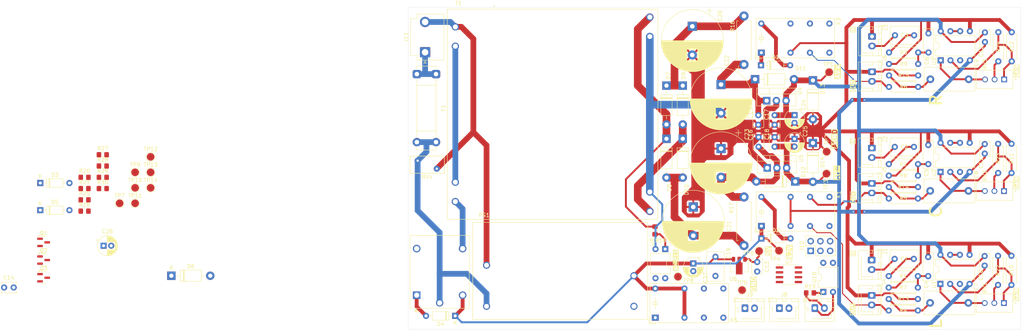
<source format=kicad_pcb>
(kicad_pcb (version 20240108) (generator "pcbnew") (generator_version "8.0")
  (layers (0 "F.Cu" signal) (31 "B.Cu" signal) (34 "B.Paste" user) (35 "F.Paste" user) (36 "B.SilkS" user "B.Silkscreen") (37 "F.SilkS" user "F.Silkscreen") (38 "B.Mask" user) (39 "F.Mask" user) (44 "Edge.Cuts" user))
  (net 0 "")
  (net 1 "Net-(C1-Pad2)")
  (net 2 "IN_FL")
  (net 3 "Net-(C2-Pad2)")
  (net 4 "IN_CEN")
  (net 5 "Net-(C3-Pad2)")
  (net 6 "IN_FR")
  (net 7 "Net-(D7-K)")
  (net 8 "Net-(D10-A)")
  (net 9 "Net-(D10-K)")
  (net 10 "AV+")
  (net 11 "Net-(D11-K)")
  (net 12 "AV-")
  (net 13 "Net-(D12-A)")
  (net 14 "GND")
  (net 17 "+5V")
  (net 18 "UPDI")
  (net 19 "+12V")
  (net 20 "UNMUTE_G")
  (net 21 "OUT_FL")
  (net 22 "OUT_CEN")
  (net 23 "OUT_FR")
  (net 24 "AC_N")
  (net 25 "AC_L")
  (net 26 "AC_EN")
  (net 27 "AC_EN_G")
  (net 28 "UNMUTE")
  (net 29 "TRIG_G")
  (net 30 "TRIG")
  (net 31 "Net-(T1-Pad4)")
  (net 32 "AC_L_SW")
  (net 33 "EXTTRIG")
  (net 35 "AC_PULSE")
  (net 36 "Net-(C7-Pad2)")
  (net 37 "Net-(U1A-+)")
  (net 38 "Net-(U1B--)")
  (net 39 "Net-(U1A--)")
  (net 40 "Net-(C7-Pad1)")
  (net 41 "Net-(U2A-+)")
  (net 42 "Net-(U2A--)")
  (net 43 "Net-(U2B--)")
  (net 44 "Net-(C8-Pad1)")
  (net 45 "Net-(C9-Pad1)")
  (net 46 "Net-(U3B--)")
  (net 47 "Net-(U3A-+)")
  (net 48 "Net-(U3A--)")
  (net 49 "Net-(C8-Pad2)")
  (net 50 "Net-(C9-Pad2)")
  (net 51 "Net-(R18-Pad2)")
  (net 52 "Net-(J7-Pin_2)")
  (net 53 "Net-(R19-Pad2)")
  (net 54 "TGO1")
  (net 61 "TGO2")
  (net 62 "AGND")
  (net 63 "AC_SENSE")
  (net 65 "Net-(J11-Pin_1)")
  (footprint "TestPoint:TestPoint_Pad_D2.0mm" (layer "F.Cu") (at -38.3 80.2)
    (property "Reference" "TP9")
    (property "Value" "TestPoint")
  )
  (footprint "Resistor_THT:R_Axial_DIN0207_L6.3mm_D2.5mm_P7.62mm_Horizontal" (layer "F.Cu") (at 187.14 72.74 -90)
    (property "Reference" "R23")
    (property "Value" "33k")
  )
  (footprint "Capacitor_THT:CP_Radial_D5.0mm_P2.00mm" (layer "F.Cu") (at 107.5 104.044888 -90)
    (property "Reference" "C27")
    (property "Value" "10u")
  )
  (footprint "Capacitor_THT:C_Disc_D7.5mm_W4.4mm_P5.00mm" (layer "F.Cu") (at 113.3 102.3 -90)
    (property "Reference" "C19")
    (property "Value" "330n")
  )
  (footprint "Diode_THT:D_DO-35_SOD27_P7.62mm_Horizontal" (layer "F.Cu") (at 125.19 52.2)
    (property "Reference" "D1")
    (property "Value" "1N4148")
  )
  (footprint "Package_DIP:DIP-8_W7.62mm" (layer "F.Cu") (at 172.06 109.4 90)
    (property "Reference" "U1")
    (property "Value" "NE5532")
  )
  (footprint "Resistor_THT:R_Axial_DIN0411_L9.9mm_D3.6mm_P12.70mm_Horizontal" (layer "F.Cu") (at 120.75 99.35 90)
    (property "Reference" "R17")
    (property "Value" "10/1W")
  )
  (footprint "Resistor_SMD:R_0805_2012Metric_Pad1.20x1.40mm_HandSolder" (layer "F.Cu") (at -51.5 81.5)
    (property "Reference" "R20")
    (property "Value" "10k")
  )
  (footprint "Package_DIP:DIP-8_W7.62mm" (layer "F.Cu") (at 172.09 80.1 90)
    (property "Reference" "U2")
    (property "Value" "NE5532")
  )
  (footprint "TestPoint:TestPoint_Pad_D2.0mm" (layer "F.Cu") (at 124.7 100.8)
    (property "Reference" "TP5")
    (property "Value" "TestPoint")
  )
  (footprint "Connector_JST:JST_XH_B2B-XH-AM_1x02_P2.50mm_Vertical" (layer "F.Cu") (at 154.14 73.85 -90)
    (property "Reference" "J2")
    (property "Value" "Conn_01x02")
  )
  (footprint "Resistor_SMD:R_0805_2012Metric_Pad1.20x1.40mm_HandSolder" (layer "F.Cu") (at -46.75 81.5)
    (property "Reference" "R29")
    (property "Value" "10k")
  )
  (footprint "gain_box:TRIM_PV36W503C01B00" (layer "F.Cu") (at 186.17 85.1 180)
    (property "Reference" "RV2")
    (property "Value" "50k")
  )
  (footprint "Capacitor_THT:C_Rect_L7.2mm_W4.5mm_P5.00mm_FKS2_FKP2_MKS2_MKP2" (layer "F.Cu") (at 160.11 102.85)
    (property "Reference" "C1")
    (property "Value" "0.68u")
  )
  (footprint "Fuse:Fuseholder_Clip-5x20mm_Bel_FC-203-22_Lateral_P17.80x5.00mm_D1.17mm_Horizontal" (layer "F.Cu") (at 40.3 54.5 -90)
    (property "Reference" "F1")
    (property "Value" "400 mA")
  )
  (footprint "Package_TO_SOT_SMD:SOT-23" (layer "F.Cu") (at -62.2 107.775)
    (property "Reference" "Q3")
    (property "Value" "AO3400A")
  )
  (footprint "Resistor_THT:R_Axial_DIN0207_L6.3mm_D2.5mm_P7.62mm_Horizontal" (layer "F.Cu") (at 190.64 80.36 90)
    (property "Reference" "R11")
    (property "Value" "2.2k")
  )
  (footprint "Connector_JST:JST_XH_B2B-XH-AM_1x02_P2.50mm_Vertical" (layer "F.Cu") (at 154.11 103.15 -90)
    (property "Reference" "J1")
    (property "Value" "Conn_01x02")
  )
  (footprint "Capacitor_THT:C_Disc_D3.8mm_W2.6mm_P2.50mm" (layer "F.Cu") (at 124.2 103.65 -90)
    (property "Reference" "C13")
    (property "Value" "100n")
  )
  (footprint "Resistor_SMD:R_0805_2012Metric_Pad1.20x1.40mm_HandSolder" (layer "F.Cu") (at 138 111.75)
    (property "Reference" "R19")
    (property "Value" "2.2k")
  )
  (footprint "TestPoint:TestPoint_Pad_D2.0mm" (layer "F.Cu") (at 142.35 74.8)
    (property "Reference" "TP2")
    (property "Value" "TestPoint")
  )
  (footprint "Resistor_SMD:R_0805_2012Metric_Pad1.20x1.40mm_HandSolder" (layer "F.Cu") (at 97.5 95.4 -90)
    (property "Reference" "R18")
    (property "Value" "2.2k")
  )
  (footprint "Diode_THT:D_DO-41_SOD81_P10.16mm_Horizontal" (layer "F.Cu") (at 138.75 72.52 -90)
    (property "Reference" "D14")
    (property "Value" "1N4002")
  )
  (footprint "Capacitor_THT:C_Disc_D3.8mm_W2.6mm_P2.50mm" (layer "F.Cu") (at 183.61 104.6 90)
    (property "Reference" "C10")
    (property "Value" "100n")
  )
  (footprint "Capacitor_THT:C_Rect_L7.2mm_W2.5mm_P5.00mm_FKS2_FKP2_MKS2_MKP2" (layer "F.Cu") (at 168.86 102.35 -90)
    (property "Reference" "C4")
    (property "Value" "10n")
  )
  (footprint "Resistor_THT:R_Axial_DIN0207_L6.3mm_D2.5mm_P7.62mm_Horizontal" (layer "F.Cu") (at 166.2 78.05 180)
    (property "Reference" "R2")
    (property "Value" "100")
  )
  (footprint "Resistor_THT:R_Axial_DIN0207_L6.3mm_D2.5mm_P7.62mm_Horizontal" (layer "F.Cu") (at 166.25 48.85 180)
    (property "Reference" "R3")
    (property "Value" "100")
  )
  (footprint "Capacitor_THT:C_Rect_L13.0mm_W6.0mm_P10.00mm_FKS3_FKP3_MKS4" (layer "F.Cu") (at 179.36 114.35 180)
    (property "Reference" "C7")
    (property "Value" "3.3u")
  )
  (footprint "Capacitor_THT:C_Disc_D3.8mm_W2.6mm_P2.50mm" (layer "F.Cu") (at 128.75 71 -90)
    (property "Reference" "C18")
    (property "Value" "100n")
  )
  (footprint "Capacitor_THT:CP_Radial_D5.0mm_P2.00mm" (layer "F.Cu") (at 133.95 71.45 -90)
    (property "Reference" "C25")
    (property "Value" "10u")
  )
  (footprint "TestPoint:TestPoint_Pad_D2.0mm" (layer "F.Cu") (at 143 54)
    (property "Reference" "TP1")
    (property "Value" "TestPoint")
  )
  (footprint "Capacitor_THT:C_Disc_D3.8mm_W2.6mm_P2.50mm" (layer "F.Cu") (at -72.52 110.33)
    (property "Reference" "C14")
    (property "Value" "100n")
  )
  (footprint "Resistor_SMD:R_0805_2012Metric_Pad1.20x1.40mm_HandSolder" (layer "F.Cu") (at -46.75 78.55)
    (property "Reference" "R28")
    (property "Value" "10k")
  )
  (footprint "Capacitor_THT:C_Disc_D3.8mm_W2.6mm_P2.50mm" (layer "F.Cu") (at 183.69 46.1 90)
    (property "Reference" "C12")
    (property "Value" "100n")
  )
  (footprint "TestPoint:TestPoint_Pad_D2.0mm" (layer "F.Cu") (at -34.25 76.15)
    (property "Reference" "TP12")
    (property "Value" "TestPoint")
  )
  (footprint "Capacitor_THT:CP_Radial_D16.0mm_P7.50mm" (layer "F.Cu") (at 107.5 89.262754 -90)
    (property "Reference" "C21")
    (property "Value" "2200u")
  )
  (footprint "Capacitor_THT:C_Rect_L7.2mm_W2.5mm_P5.00mm_FKS2_FKP2_MKS2_MKP2" (layer "F.Cu") (at 168.94 43.85 -90)
    (property "Reference" "C6")
    (property "Value" "10n")
  )
  (footprint "Connector_JST:JST_XH_B2B-XH-AM_1x02_P2.50mm_Vertical" (layer "F.Cu") (at 154.19 44.65 -90)
    (property "Reference" "J3")
    (property "Value" "Conn_01x02")
  )
  (footprint "Resistor_THT:R_Axial_DIN0207_L6.3mm_D2.5mm_P7.62mm_Horizontal" (layer "F.Cu") (at 190.61 109.66 90)
    (property "Reference" "R10")
    (property "Value" "2.2k")
  )
  (footprint "Resistor_SMD:R_0805_2012Metric_Pad1.20x1.40mm_HandSolder" (layer "F.Cu") (at -51.5 84.45)
    (property "Reference" "R21")
    (property "Value" "10k")
  )
  (footprint "Capacitor_THT:C_Disc_D3.8mm_W2.6mm_P2.50mm" (layer "F.Cu") (at 128.75 65.25 -90)
    (property "Reference" "C17")
    (property "Value" "100n")
  )
  (footprint "Resistor_SMD:R_0805_2012Metric_Pad1.20x1.40mm_HandSolder" (layer "F.Cu") (at -51.5 87.4)
    (property "Reference" "R25")
    (property "Value" "33k")
  )
  (footprint "Connector_JST:JST_XH_B2B-XH-AM_1x02_P2.50mm_Vertical" (layer "F.Cu") (at 130 115.75)
    (property "Reference" "J8")
    (property "Value" "Conn_01x02")
  )
  (footprint "Capacitor_THT:C_Disc_D3.8mm_W2.6mm_P2.50mm" (layer "F.Cu") (at 124.55 71 -90)
    (property "Reference" "C16")
    (property "Value" "100n")
  )
  (footprint "TestPoint:TestPoint_Pad_D2.0mm" (layer "F.Cu") (at 142.3 80.55)
    (property "Reference" "TP3")
    (property "Value" "TestPoint")
  )
  (footprint "Connector_JST:JST_XH_B2B-XH-AM_1x02_P2.50mm_Vertical" (layer "F.Cu") (at 154.11 112.4 -90)
    (property "Reference" "J4")
    (property "Value" "Conn_01x02")
  )
  (footprint "Diode_THT:D_DO-41_SOD81_P10.16mm_Horizontal" (layer "F.Cu") (at 123.64 55.85)
    (property "Reference" "D11")
    (property "Value" "1N4002")
  )
  (footprint "Package_TO_SOT_SMD:SOT-89-3" (layer "F.Cu") (at 119.5 104.9 -90)
    (property "Reference" "U6")
    (property "Value" "78L05")
  )
  (footprint "Connector_JST:JST_XH_B2B-XH-AM_1x02_P2.50mm_Vertical" (layer "F.Cu") (at 139.25 115.725)
    (property "Reference" "J7")
    (property "Value" "Conn_01x02")
  )
  (footprint "gain_box:RELAY_SRD-C" (layer "F.Cu") (at 41.25 106.25 90)
    (property "Reference" "K4" (hide yes))
    (property "Value" "J107F1CS2012VDC.80")
  )
  (footprint "Resistor_THT:R_Axial_DIN0207_L6.3mm_D2.5mm_P7.62mm_Horizontal" (layer "F.Cu") (at 158.63 57.85)
    (property "Reference" "R6")
    (property "Value" "100")
  )
  (footprint "Package_TO_SOT_THT:TO-220-3_Vertical" (layer "F.Cu") (at 126.67 61.45)
    (property "Reference" "U4")
    (property "Value" "LM7809")
  )
  (footprint "Capacitor_THT:C_Disc_D3.8mm_W2.6mm_P2.50mm" (layer "F.Cu") (at 183.64 75.3 90)
    (property "Reference" "C11")
    (property "Value" "100n")
  )
  (footprint "TestPoint:TestPoint_Pad_D2.0mm" (layer "F.Cu") (at -42.35 88.3)
    (property "Reference" "TP7")
    (property "Value" "TestPoint")
  )
  (footprint "gain_box:XFMR_70042K" (layer "F.Cu") (at 70.75 65)
    (property "Reference" "T1")
    (property "Value" "70042K")
  )
  (footprint "Resistor_SMD:R_0805_2012Metric_Pad1.20x1.40mm_HandSolder" (layer "F.Cu") (at -46.75 75.6)
    (property "Reference" "R27")
    (property "Value" "10k")
  )
  (footprint "Connector_JST:JST_XH_B2B-XH-AM_1x02_P2.50mm_Vertical" (layer "F.Cu") (at 154.14 83.1 -90)
    (property "Reference" "J5")
    (property "Value" "Conn_01x02")
  )
  (footprint "Resistor_THT:R_Axial_DIN0207_L6.3mm_D2.5mm_P7.62mm_Horizontal" (layer "F.Cu") (at 166.25 51.85 180)
    (property "Reference" "R9")
    (property "Value" "220k")
  )
  (footprint "TestPoint:TestPoint_Pad_D2.0mm" (layer "F.Cu") (at 129.9 100.7)
    (property "Reference" "TP4")
    (property "Value" "TestPoint")
  )
  (footprint "Resistor_THT:R_Axial_DIN0207_L6.3mm_D2.5mm_P7.62mm_Horizontal" (layer "F.Cu") (at 187.19 43.54 -90)
    (property "Reference" "R24")
    (property "Value" "33k")
  )
  (footprint "TestPoint:TestPoint_Pad_D2.0mm" (layer "F.Cu") (at 103.5 107.5)
    (property "Reference" "TP8")
    (property "Value" "TestPoint")
  )
  (footprint "Connector_PinHeader_2.54mm:PinHeader_2x03_P2.54mm_Vertical" (layer "F.Cu") (at 138.17 100.75 90)
    (property "Reference" "J10")
    (property "Value" "AVR-UPDI-6")
  )
  (footprint "Connector_JST:JST_XH_B2B-XH-AM_1x02_P2.50mm_Vertical" (layer "F.Cu") (at 121 115.75)
    (property "Reference" "J9")
    (property "Value" "Conn_01x02")
  )
  (footprint "Package_TO_SOT_SMD:SOT-23" (layer "F.Cu") (at -62.2 98.525)
    (property "Reference" "Q1")
    (property "Value" "AO3400A")
  )
  (footprint "Capacitor_THT:C_Rect_L7.2mm_W4.5mm_P5.00mm_FKS2_FKP2_MKS2_MKP2" (layer "F.Cu") (at 160.14 73.55)
    (property "Reference" "C2")
    (property "Value" "0.68u")
  )
  (footprint "Resistor_THT:R_Axial_DIN0207_L6.3mm_D2.5mm_P7.62mm_Horizontal" (layer "F.Cu") (at 166.17 107.35 180)
    (property "Reference" "R1")
    (property "Value" "100")
  )
  (footprint "Resistor_THT:R_Axial_DIN0207_L6.3mm_D2.5mm_P7.62mm_Horizontal" (layer "F.Cu") (at 187.11 102.04 -90)
    (property "Reference" "R22")
    (property "Value" "33k")
  )
  (footprint "Resistor_SMD:R_0805_2012Metric_Pad1.20x1.40mm_HandSolder" (layer "F.Cu") (at -51.5 90.35)
    (property "Reference" "R26")
    (property "Value" "33k")
  )
  (footprint "Package_SO:SOIC-8_3.9x4.9mm_P1.27mm" (layer "F.Cu") (at 132.5 107)
    (property "Reference" "U7")
    (property "Value" "ATtiny412-SS")
  )
  (footprint "Diode_THT:D_DO-35_SOD27_P7.62mm_Horizontal" (layer "F.Cu") (at 125.29 97.5)
    (property "Reference" "D2")
    (property "Value" "1N4148")
  )
  (footprint "Capacitor_THT:C_Rect_L7.2mm_W4.5mm_P5.00mm_FKS2_FKP2_MKS2_MKP2" (layer "F.Cu") (at 160.19 44.35)
    (property "Reference" "C3")
    (property "Value" "0.68u")
  )
  (footprint "Diode_THT:D_DO-35_SOD27_P7.62mm_Horizontal" (layer "F.Cu") (at 45.31 117.75 180)
    (property "Reference" "D4")
    (property "Value" "1N4148")
  )
  (footprint "Capacitor_THT:CP_Radial_D16.0mm_P7.50mm" (layer "F.Cu") (at 107.25 42 -90)
    (property "Reference" "C20")
    (property "Value" "2200u")
  )
  (footprint "Capacitor_THT:C_Rect_L13.0mm_W6.0mm_P10.00mm_FKS3_FKP3_MKS4" (layer "F.Cu") (at 179.44 55.85 180)
    (property "Reference" "C9")
    (property "Value" "3.3u")
  )
  (footprint "Diode_THT:D_DO-41_SOD81_P10.16mm_Horizontal" (layer "F.Cu") (at 138.75 56.15 -90)
    (property "Reference" "D13")
    (property "Value" "1N4002")
  )
  (footprint "Resistor_THT:R_Axial_DIN0207_L6.3mm_D2.5mm_P7.62mm_Horizontal" (layer "F.Cu") (at 158.58 84.05)
    (property "Reference" "R14")
    (property "Value" "33k")
  )
  (footprint "Diode_THT:D_DO-41_SOD81_P10.16mm_Horizontal" (layer "F.Cu") (at 104.75 57.52 -90)
    (property "Reference" "D9")
    (property "Value" "1N4002")
  )
  (footprint "Capacitor_THT:CP_Radial_D16.0mm_P7.50mm" (layer "F.Cu") (at 114.75 57.224492 -90)
    (property "Reference" "C22")
    (property "Value" "2200u")
  )
  (footprint "Resistor_THT:R_Axial_DIN0207_L6.3mm_D2.5mm_P7.62mm_Horizontal" (layer "F.Cu") (at 158.55 116.35)
    (property "Reference" "R4")
    (property "Value" "100")
  )
  (footprint "Capacitor_THT:C_Rect_L13.0mm_W6.0mm_P10.00mm_FKS3_FKP3_MKS4" (layer "F.Cu") (at 179.39 85.05 180)
    (property "Reference" "C8")
    (property "Value" "3.3u")
  )
  (footprint "Resistor_THT:R_Axial_DIN0207_L6.3mm_D2.5mm_P7.62mm_Horizontal" (layer "F.Cu") (at 158.63 54.85)
    (property "Reference" "R15")
    (property "Value" "33k")
  )
  (footprint "Resistor_THT:R_Axial_DIN0411_L9.9mm_D3.6mm_P12.70mm_Horizontal" (layer "F.Cu") (at 120.75 39.3 -90)
    (property "Reference" "R16")
    (property "Value" "10/1W")
  )
  (footprint "Diode_THT:D_DO-41_SOD81_P10.16mm_Horizontal" (layer "F.Cu") (at 100.5 57.52 -90)
    (property "Reference" "D7")
    (property "Value" "1N4002")
  )
  (footprint "Package_DIP:DIP-8_W7.62mm" (layer "F.Cu") (at 172.14 50.9 90)
    (property "Reference" "U3")
    (property "Value" "NE5532")
  )
  (footprint "Diode_THT:D_DO-41_SOD81_P10.16mm_Horizontal" (layer "F.Cu") (at 100.5 71.42 -90)
    (property "Reference" "D8")
    (property "Value" "1N4002")
  )
  (footprint "TestPoint:TestPoint_Pad_D2.0mm" (layer "F.Cu") (at -38.3 84.25)
    (property "Reference" "TP10")
    (property "Value" "TestPoint")
  )
  (footprint "gain_box:TRIM_PV36W503C01B00" (layer "F.Cu") (at 186.22 55.9 180)
    (property "Reference" "RV3")
    (property "Value" "50k")
  )
  (footprint "Package_DIP:DIP-4_W7.62mm" (layer "F.Cu") (at 141.46 111.5 90)
    (property "Reference" "U10")
    (property "Value" "140817141310")
  )
  (footprint "Resistor_THT:R_Axial_DIN0207_L6.3mm_D2.5mm_P7.62mm_Horizontal" (layer "F.Cu") (at 166.2 81.05 180)
    (property "Reference" "R8")
    (property "Value" "220k")
  )
  (footprint "Diode_THT:D_DO-35_SOD27_P7.62mm_Horizontal" (layer "F.Cu") (at -63.07 83)
    (property "Reference" "D3")
    (property "Value" "1N4148")
  )
  (footprint "Varistor:RV_Disc_D9mm_W4.5mm_P5mm" (layer "F.Cu") (at 35.5 77.15)
    (property "Reference" "RV4")
    (property "Value" "300VAC")
  )
  (footprint "Diode_THT:D_DO-41_SOD81_P10.16mm_Horizontal" (layer "F.Cu") (at 134.13 82.6 180)
    (property "Reference" "D12")
    (property "Value" "1N4002")
  )
  (footprint "Capacitor_THT:CP_Radial_D16.0mm_P7.50mm" (layer "F.Cu") (at 114.75 73.987246 -90)
    (property "Reference" "C23")
    (property "Value" "2200u")
  )
  (footprint "TestPoint:TestPoint_Pad_D2.0mm" (layer "F.Cu") (at -38.3 88.3)
    (property "Reference" "TP11")
    (property "Value" "TestPoint")
  )
  (footprint "Connector_JST:JST_XH_B2B-XH-AM_1x02_P2.50mm_Vertical" (layer "F.Cu") (at 154.19 53.9 -90)
    (property "Reference" "J6")
    (property "Value" "Conn_01x02")
  )
  (footprint "gain_box:CONV_IRM-10-12" (layer "F.Cu") (at 72.75 106)
    (property "Reference" "PS1")
    (property "Value" "IRM-10-12")
  )
  (footprint "Diode_THT:D_DO-41_SOD81_P10.16mm_Horizontal" (layer "F.Cu") (at 104.75 71.42 -90)
    (property "Reference" "D10")
    (property "Value" "1N4002")
  )
  (footprint "Capacitor_THT:CP_Radial_D5.0mm_P2.00mm" (layer "F.Cu") (at -46.540225 99.4)
    (property "Reference" "C26")
    (property "Value" "10u")
  )
  (footprint "Package_TO_SOT_SMD:SOT-23" (layer "F.Cu") (at -62.2 103.15)
    (property "Reference" "Q2")
    (property "Value" "AO3400A")
  )
  (footprint "Resistor_THT:R_Axial_DIN0207_L6.3mm_D2.5mm_P7.62mm_Horizontal" (layer "F.Cu") (at 190.69 51.16 90)
    (property "Reference" "R12")
    (property "Value" "2.2k")
  )
  (footprint "Resistor_THT:R_Axial_DIN0207_L6.3mm_D2.5mm_P7.62mm_Horizontal" (layer "F.Cu") (at 166.17 110.35 180)
    (property "Reference" "R7")
    (property "Value" "220k")
  )
  (footprint "TestPoint:TestPoint_Pad_D2.0mm" (layer "F.Cu") (at -34.25 84.25)
    (property "Reference" "TP14")
    (property "Value" "TestPoint")
  )
  (footprint "Package_DIP:DIP-4_W7.62mm" (layer "F.Cu") (at 100.175 100.28 -90)
    (property "Reference" "U9")
    (property "Value" "140817141310")
  )
  (footprint "Relay_THT:Relay_DPDT_Finder_30.22" (layer "F.Cu") (at 125.3 94.25)
    (property "Reference" "K1")
    (property "Value" "J104D2C12VDC.36S")
  )
  (footprint "Diode_THT:D_DO-35_SOD27_P7.62mm_Horizontal" (layer "F.Cu") (at -63.07 90.1)
    (property "Reference" "D5")
    (property "Value" "1N4148")
  )
  (footprint "Relay_THT:Relay_DPDT_Finder_30.22" (layer "F.Cu") (at 125.28 48.9)
    (property "Reference" "K3")
    (property "Value" "G5V-1")
  )
  (footprint "TestPoint:TestPoint_Pad_D2.0mm" (layer "F.Cu") (at -34.25 80.2)
    (property "Reference" "TP13")
    (property "Value" "TestPoint")
  )
  (footprint "Capacitor_THT:C_Disc_D3.8mm_W2.6mm_P2.50mm" (layer "F.Cu") (at 124.49 65.25 -90)
    (property "Reference" "C15")
    (property "Value" "100n")
  )
  (footprint "TestPoint:TestPoint_Pad_D2.0mm" (layer "F.Cu") (at 120.25 111)
    (property "Reference" "TP6")
    (property "Value" "TestPoint")
  )
  (footprint "Capacitor_THT:C_Rect_L7.2mm_W2.5mm_P5.00mm_FKS2_FKP2_MKS2_MKP2" (layer "F.Cu") (at 168.89 73.05 -90)
    (property "Reference" "C5")
    (property "Value" "10n")
  )
  (footprint "Connector_JST:JST_VH_B2P3-VH_1x02_P7.92mm_Vertical" (layer "F.Cu") (at 37.45 48.7875 90)
    (property "Reference" "J11")
    (property "Value" "Conn_01x02")
  )
  (footprint "Package_TO_SOT_THT:TO-220-3_Vertical" (layer "F.Cu") (at 126.81 79.05)
    (property "Reference" "U5")
    (property "Value" "LM7909")
  )
  (footprint "Diode_THT:D_DO-41_SOD81_P10.16mm_Horizontal" (layer "F.Cu") (at -28.83 107.25)
    (property "Reference" "D6")
    (property "Value" "1N4002")
  )
  (footprint "Capacitor_THT:CP_Radial_D5.0mm_P2.00mm" (layer "F.Cu") (at 133.95 65.25 -90)
    (property "Reference" "C24")
    (property "Value" "10u")
  )
  (footprint "Resistor_THT:R_Axial_DIN0207_L6.3mm_D2.5mm_P7.62mm_Horizontal" (layer "F.Cu") (at 158.55 113.35)
    (property "Reference" "R13")
    (property "Value" "33k")
  )
  (footprint "gain_box:TRIM_PV36W503C01B00" (layer "F.Cu") (at 186.14 114.4 180)
    (property "Reference" "RV1")
    (property "Value" "50k")
  )
  (footprint "Resistor_SMD:R_0805_2012Metric_Pad1.20x1.40mm_HandSolder" (layer "F.Cu") (at -46.75 84.45)
    (property "Reference" "R30")
    (property "Value" "10k")
  )
  (footprint "Resistor_THT:R_Axial_DIN0207_L6.3mm_D2.5mm_P7.62mm_Horizontal" (layer "F.Cu") (at 158.58 87.05)
    (property "Reference" "R5")
    (property "Value" "100")
  )
  (footprint "Relay_THT:Relay_DPDT_Finder_30.22" (layer "F.Cu") (at 97.58 118.22)
    (property "Reference" "K5")
    (property "Value" "J104D2C12VDC.36S")
  )
  (gr_rect (start 33 37) (end 193 121.25) (stroke (width 0.05)) (fill none) (layer "Edge.Cuts"))
  (gr_text "AV-" (at 145.8 82.25 90) (layer "F.SilkS" knockout) (effects (font (size 1.25 1.25) (thickness 0.25) (bold yes)) (justify left bottom)))
  (gr_text "C" (at 169.14 90.55 90) (layer "F.SilkS") (effects (font (size 3 3) (thickness 0.5) (bold yes)) (justify top)))
  (gr_text "IN" (at 148.61 101.35 90) (layer "F.SilkS" knockout) (effects (font (size 1 1) (thickness 0.25) (bold yes)) (justify top)))
  (gr_text "GND" (at 124 111.5 90) (layer "F.SilkS" knockout) (effects (font (size 1.25 1.25) (thickness 0.25) (bold yes)) (justify left bottom)))
  (gr_text "IN" (at 148.64 72.05 90) (layer "F.SilkS" knockout) (effects (font (size 1 1) (thickness 0.25) (bold yes)) (justify top)))
  (gr_text "R" (at 169.19 61.35 90) (layer "F.SilkS") (effects (font (size 3 3) (thickness 0.5) (bold yes)) (justify top)))
  (gr_text "5V" (at 127.9 102.1 90) (layer "F.SilkS" knockout) (effects (font (size 1.25 1.25) (thickness 0.25) (bold yes)) (justify left bottom)))
  (gr_text "L" (at 169.11 119.85 90) (layer "F.SilkS") (effects (font (size 3 3) (thickness 0.5) (bold yes)) (justify top)))
  (gr_text "IN" (at 148.65 42.85 90) (layer "F.SilkS" knockout) (effects (font (size 1 1) (thickness 0.25) (bold yes)) (justify top)))
  (gr_text "GAIN" (at 191.43 53.65 90) (layer "F.SilkS" knockout) (effects (font (size 1 1) (thickness 0.25) (bold yes)) (justify top)))
  (gr_text "OUT" (at 148.61 116.1 90) (layer "F.SilkS" knockout) (effects (font (size 1 1) (thickness 0.25) (bold yes)) (justify top)))
  (gr_text "OUT" (at 148.65 57.6 90) (layer "F.SilkS" knockout) (effects (font (size 1 1) (thickness 0.25) (bold yes)) (justify top)))
  (gr_text "AC_PLS" (at 103.5 106 90) (layer "F.SilkS" knockout) (effects (font (size 1 1) (thickness 0.2) (bold yes)) (justify left bottom)))
  (gr_text "GAIN" (at 191.35 112.15 90) (layer "F.SilkS" knockout) (effects (font (size 1 1) (thickness 0.25) (bold yes)) (justify top)))
  (gr_text "AV+" (at 146 55.8 90) (layer "F.SilkS" knockout) (effects (font (size 1.25 1.25) (thickness 0.25) (bold yes)) (justify left bottom)))
  (gr_text "GAIN" (at 191.38 82.85 90) (layer "F.SilkS" knockout) (effects (font (size 1 1) (thickness 0.25) (bold yes)) (justify top)))
  (gr_text "AGND" (at 145.2 74 90) (layer "F.SilkS" knockout) (effects (font (size 1.25 1.25) (thickness 0.25) (bold yes)) (justify left bottom)))
  (gr_text "OUT" (at 148.64 86.8 90) (layer "F.SilkS" knockout) (effects (font (size 1 1) (thickness 0.25) (bold yes)) (justify top)))
  (gr_text "12V" (at 133.4 102.9 90) (layer "F.SilkS" knockout) (effects (font (size 1.25 1.25) (thickness 0.25) (bold yes)) (justify left bottom)))
  (segment (start 158.55 107.35) (end 158.67 107.35) (width 0.5) (layer "F.Cu") (net 1))
  (segment (start 163.17 102.85) (end 165.11 102.85) (width 0.5) (layer "F.Cu") (net 1))
  (segment (start 158.67 107.35) (end 163.17 102.85) (width 0.5) (layer "F.Cu") (net 1))
  (segment (start 154.11 105.65) (end 157.31 105.65) (width 0.5) (layer "F.Cu") (net 2))
  (segment (start 157.31 105.65) (end 160.11 102.85) (width 0.5) (layer "F.Cu") (net 2))
  (segment (start 163.2 73.55) (end 165.14 73.55) (width 0.5) (layer "F.Cu") (net 3))
  (segment (start 158.7 78.05) (end 163.2 73.55) (width 0.5) (layer "F.Cu") (net 3))
  (segment (start 158.58 78.05) (end 158.7 78.05) (width 0.5) (layer "F.Cu") (net 3))
  (segment (start 154.14 76.35) (end 157.34 76.35) (width 0.5) (layer "F.Cu") (net 4))
  (segment (start 157.34 76.35) (end 160.14 73.55) (width 0.5) (layer "F.Cu") (net 4))
  (segment (start 158.75 48.85) (end 163.25 44.35) (width 0.5) (layer "F.Cu") (net 5))
  (segment (start 163.25 44.35) (end 165.19 44.35) (width 0.5) (layer "F.Cu") (net 5))
  (segment (start 158.63 48.85) (end 158.75 48.85) (width 0.5) (layer "F.Cu") (net 5))
  (segment (start 154.19 47.15) (end 157.39 47.15) (width 0.5) (layer "F.Cu") (net 6))
  (segment (start 157.39 47.15) (end 160.19 44.35) (width 0.5) (layer "F.Cu") (net 6))
  (segment (start 107.25 42) (end 118.05 42) (width 2) (layer "F.Cu") (net 7))
  (segment (start 118.05 42) (end 120.75 39.3) (width 2) (layer "F.Cu") (net 7))
  (segment (start 102.6 57.42) (end 102.6 46.65) (width 2) (layer "F.Cu") (net 7))
  (segment (start 102.5 57.52) (end 102.6 57.42) (width 2) (layer "F.Cu") (net 7))
  (segment (start 102.6 46.65) (end 107.25 42) (width 2) (layer "F.Cu") (net 7))
  (segment (start 101.75 57.52) (end 104.75 57.52) (width 2) (layer "F.Cu") (net 7))
  (segment (start 100.5 81.58) (end 102.6 81.58) (width 2) (layer "F.Cu") (net 8))
  (segment (start 107.5 96.762754) (end 118.162754 96.762754) (width 2) (layer "F.Cu") (net 8))
  (segment (start 102.6 91.862754) (end 107.5 96.762754) (width 2) (layer "F.Cu") (net 8))
  (segment (start 100.5 81.58) (end 104.75 81.58) (width 2) (layer "F.Cu") (net 8))
  (segment (start 102.6 81.58) (end 102.6 91.862754) (width 2) (layer "F.Cu") (net 8))
  (segment (start 118.162754 96.762754) (end 120.75 99.35) (width 2) (layer "F.Cu") (net 8))
  (segment (start 96.15 90.4) (end 93 87.25) (width 2) (layer "F.Cu") (net 9))
  (segment (start 104.75 72) (end 104.75 71.42) (width 2) (layer "F.Cu") (net 9))
  (segment (start 93 83.75) (end 104.75 72) (width 2) (layer "F.Cu") (net 9))
  (segment (start 93 87.25) (end 93 83.75) (width 2) (layer "F.Cu") (net 9))
  (segment (start 104.75 71.42) (end 104.75 67.68) (width 2) (layer "F.Cu") (net 9))
  (segment (start 174.94 46.1) (end 181.19 46.1) (width 0.5) (layer "F.Cu") (net 10))
  (segment (start 131.75 59.73) (end 133.8 57.68) (width 1.5) (layer "F.Cu") (net 10))
  (segment (start 172.09 72.48) (end 172.09 72.5) (width 0.5) (layer "F.Cu") (net 10))
  (segment (start 172.14 43.28) (end 172.14 43.3) (width 0.5) (layer "F.Cu") (net 10))
  (segment (start 133.8 57.68) (end 133.8 55.85) (width 1.5) (layer "F.Cu") (net 10))
  (segment (start 174.86 104.6) (end 181.11 104.6) (width 0.5) (layer "F.Cu") (net 10))
  (segment (start 181.19 46.1) (end 183.69 43.6) (width 0.5) (layer "F.Cu") (net 10))
  (segment (start 172.14 43.3) (end 174.94 46.1) (width 0.5) (layer "F.Cu") (net 10))
  (segment (start 133.8 55.85) (end 134.1 56.15) (width 1.5) (layer "F.Cu") (net 10))
  (segment (start 181.11 104.6) (end 183.61 102.1) (width 0.5) (layer "F.Cu") (net 10))
  (segment (start 174.89 75.3) (end 181.14 75.3) (width 0.5) (layer "F.Cu") (net 10))
  (segment (start 131.75 61.45) (end 131.75 59.73) (width 1.5) (layer "F.Cu") (net 10))
  (segment (start 128.75 65.25) (end 131.75 65.25) (width 1.5) (layer "F.Cu") (net 10))
  (segment (start 131.75 61.45) (end 131.75 65.25) (width 1.5) (layer "F.Cu") (net 10))
  (segment (start 172.09 72.5) (end 174.89 75.3) (width 0.5) (layer "F.Cu") (net 10))
  (segment (start 131.75 65.25) (end 133.95 65.25) (width 1.5) (layer "F.Cu") (net 10))
  (segment (start 134.1 56.15) (end 138.67 56.15) (width 1.5) (layer "F.Cu") (net 10))
  (segment (start 172.06 101.78) (end 172.06 101.8) (width 0.5) (layer "F.Cu") (net 10))
  (segment (start 143 54) (end 140.85 56.15) (width 0.5) (layer "F.Cu") (net 10))
  (segment (start 172.06 101.8) (end 174.86 104.6) (width 0.5) (layer "F.Cu") (net 10))
  (segment (start 140.85 56.15) (end 138.75 56.15) (width 0.5) (layer "F.Cu") (net 10))
  (segment (start 181.14 75.3) (end 183.64 72.8) (width 0.5) (layer "F.Cu") (net 10))
  (segment (start 172.14 43.28) (end 172.14 41.14) (width 1) (layer "B.Cu") (net 10))
  (segment (start 170.75 98.75) (end 172.06 100.06) (width 1) (layer "B.Cu") (net 10))
  (segment (start 153 98.75) (end 170.75 98.75) (width 1) (layer "B.Cu") (net 10))
  (segment (start 150.79 42.540812) (end 150.79 96.54) (width 1) (layer "B.Cu") (net 10))
  (segment (start 172.09 70.59) (end 172.09 72.48) (width 1) (layer "B.Cu") (net 10))
  (segment (start 150.79 69.25) (end 170.75 69.25) (width 1) (layer "B.Cu") (net 10))
  (segment (start 172.14 41.14) (end 171.25 40.25) (width 1) (layer "B.Cu") (net 10))
  (segment (start 150.79 96.54) (end 153 98.75) (width 1) (layer "B.Cu") (net 10))
  (segment (start 170.75 69.25) (end 172.09 70.59) (width 1) (layer "B.Cu") (net 10))
  (segment (start 138.75 56.15) (end 140.35 57.75) (width 1) (layer "B.Cu") (net 10))
  (segment (start 171.25 40.25) (end 153.080812 40.25) (width 1) (layer "B.Cu") (net 10))
  (segment (start 172.06 100.06) (end 172.06 101.78) (width 1) (layer "B.Cu") (net 10))
  (segment (start 140.35 57.75) (end 150.79 57.75) (width 1) (layer "B.Cu") (net 10))
  (segment (start 153.080812 40.25) (end 150.79 42.540812) (width 1) (layer "B.Cu") (net 10))
  (segment (start 120.75 52) (end 118.5 52) (width 2) (layer "F.Cu") (net 11))
  (segment (start 114.75 57.224492) (end 122.265508 57.224492) (width 2) (layer "F.Cu") (net 11))
  (segment (start 114.75 55.75) (end 114.75 57.224492) (width 2) (layer "F.Cu") (net 11))
  (segment (start 124.49 65.25) (end 124.49 61.76) (width 1.5) (layer "F.Cu") (net 11))
  (segment (start 122.265508 57.224492) (end 123.64 55.85) (width 2) (layer "F.Cu") (net 11))
  (segment (start 124.8 61.45) (end 126.67 61.45) (width 1.5) (layer "F.Cu") (net 11))
  (segment (start 123.64 55.85) (end 123.64 60.29) (width 1.5) (layer "F.Cu") (net 11))
  (segment (start 118.5 52) (end 114.75 55.75) (width 2) (layer "F.Cu") (net 11))
  (segment (start 123.64 60.29) (end 124.8 61.45) (width 1.5) (layer "F.Cu") (net 11))
  (segment (start 124.49 61.76) (end 124.8 61.45) (width 1.5) (layer "F.Cu") (net 11))
  (segment (start 133.95 73.45) (end 132.34 73.45) (width 1.5) (layer "F.Cu") (net 12))
  (segment (start 131.89 80.36) (end 134.13 82.6) (width 1.5) (layer "F.Cu") (net 12))
  (segment (start 183.64 75.3) (end 183.64 76.3) (width 0.5) (layer "F.Cu") (net 12))
  (segment (start 183.61 105.6) (end 179.81 109.4) (width 0.5) (layer "F.Cu") (net 12))
  (segment (start 134.13 82.6) (end 138.97 82.6) (width 1.5) (layer "F.Cu") (net 12))
  (segment (start 140.17 82.68) (end 142.3 80.55) (width 0.5) (layer "F.Cu") (net 12))
  (segment (start 179.81 109.4) (end 179.68 109.4) (width 0.5) (layer "F.Cu") (net 12))
  (segment (start 131.89 73.9) (end 131.89 79.05) (width 1.5) (layer "F.Cu") (net 12))
  (segment (start 179.84 80.1) (end 179.71 80.1) (width 0.5) (layer "F.Cu") (net 12))
  (segment (start 128.8 73.45) (end 128.75 73.5) (width 1.5) (layer "F.Cu") (net 12))
  (segment (start 183.64 76.3) (end 179.84 80.1) (width 0.5) (layer "F.Cu") (net 12))
  (segment (start 131.89 79.05) (end 131.89 80.36) (width 1.5) (layer "F.Cu") (net 12))
  (segment (start 138.75 82.68) (end 140.17 82.68) (width 0.5) (layer "F.Cu") (net 12))
  (segment (start 133.95 73.45) (end 128.8 73.45) (width 1.5) (layer "F.Cu") (net 12))
  (segment (start 183.69 46.1) (end 183.69 47.1) (width 0.5) (layer "F.Cu") (net 12))
  (segment (start 179.89 50.9) (end 179.76 50.9) (width 0.5) (layer "F.Cu") (net 12))
  (segment (start 183.69 47.1) (end 179.89 50.9) (width 0.5) (layer "F.Cu") (net 12))
  (segment (start 149.31 90.5) (end 152.25 90.5) (width 1) (layer "F.Cu") (net 12))
  (segment (start 183.61 104.6) (end 183.61 105.6) (width 0.5) (layer "F.Cu") (net 12))
  (segment (start 149 61.25) (end 152.25 61.25) (width 1) (layer "F.Cu") (net 12))
  (segment (start 132.34 73.45) (end 131.89 73.9) (width 1.5) (layer "F.Cu") (net 12))
  (via (at 152.25 90.5) (size 0.7) (drill 0.3) (layers "F.Cu" "B.Cu") (net 12))
  (via (at 149 61.25) (size 0.7) (drill 0.3) (layers "F.Cu" "B.Cu") (net 12))
  (via (at 152.25 61.25) (size 0.7) (drill 0.3) (layers "F.Cu" "B.Cu") (net 12))
  (via (at 149.31 90.5) (size 0.7) (drill 0.3) (layers "F.Cu" "B.Cu") (net 12))
  (segment (start 179.68 109.4) (end 179.68 109.57) (width 1) (layer "B.Cu") (net 12))
  (segment (start 145.6 90.5) (end 145.6 64.65) (width 1) (layer "B.Cu") (net 12))
  (segment (start 145.6 64.65) (end 149 61.25) (width 1) (layer "B.Cu") (net 12))
  (segment (start 179.68 109.57) (end 169.5 119.75) (width 1) (layer "B.Cu") (net 12))
  (segment (start 145.6 114.6) (end 145.6 90.5) (width 1) (layer "B.Cu") (net 12))
  (segment (start 152.25 90.5) (end 169.5 90.5) (width 1) (layer "B.Cu") (net 12))
  (segment (start 169.5 119.75) (end 150.75 119.75) (width 1) (layer "B.Cu") (net 12))
  (segment (start 152.25 61.25) (end 169.5 61.25) (width 1) (layer "B.Cu") (net 12))
  (segment (start 169.5 61.25) (end 179.71 51.04) (width 1) (layer "B.Cu") (net 12))
  (segment (start 145.6 82.68) (end 138.75 82.68) (width 1) (layer "B.Cu") (net 12))
  (segment (start 150.75 119.75) (end 145.6 114.6) (width 1) (layer "B.Cu") (net 12))
  (segment (start 179.71 80.29) (end 179.71 80.1) (width 1) (layer "B.Cu") (net 12))
  (segment (start 149.31 90.5) (end 145.6 90.5) (width 1) (layer "B.Cu") (net 12))
  (segment (start 169.5 90.5) (end 179.71 80.29) (width 1) (layer "B.Cu") (net 12))
  (segment (start 124.55 73.55) (end 126.95 75.95) (width 1.5) (layer "F.Cu") (net 13))
  (segment (start 129.35 81.55) (end 129.35 79.05) (width 1.5) (layer "F.Cu") (net 13))
  (segment (start 114.75 81.487246) (end 122.857246 81.487246) (width 2) (layer "F.Cu") (net 13))
  (segment (start 126.95 75.95) (end 128.05 75.95) (width 1.5) (layer "F.Cu") (net 13))
  (segment (start 128.05 75.95) (end 129.35 77.25) (width 1.5) (layer "F.Cu") (net 13))
  (segment (start 120.75 86.65) (end 117.9 86.65) (width 2) (layer "F.Cu") (net 13))
  (segment (start 117.9 86.65) (end 114.75 83.5) (width 2) (layer "F.Cu") (net 13))
  (segment (start 114.75 83.5) (end 114.75 81.487246) (width 2) (layer "F.Cu") (net 13))
  (segment (start 124.55 73.5) (end 124.55 73.55) (width 1.5) (layer "F.Cu") (net 13))
  (segment (start 123.97 82.6) (end 128.3 82.6) (width 1.5) (layer "F.Cu") (net 13))
  (segment (start 128.3 82.6) (end 129.35 81.55) (width 1.5) (layer "F.Cu") (net 13))
  (segment (start 129.35 77.25) (end 129.35 79.05) (width 1.5) (layer "F.Cu") (net 13))
  (segment (start 122.857246 81.487246) (end 123.97 82.6) (width 2) (layer "F.Cu") (net 13))
  (segment (start 124.2 103.65) (end 124.2 102.6) (width 0.5) (layer "F.Cu") (net 17))
  (segment (start 122.85 103.65) (end 124.2 103.65) (width 0.5) (layer "F.Cu") (net 17))
  (segment (start 121 102.95) (end 122.15 102.95) (width 0.5) (layer "F.Cu") (net 17))
  (segment (start 124.7 102.1) (end 124.7 100.8) (width 0.5) (layer "F.Cu") (net 17))
  (segment (start 124.2 102.6) (end 124.7 102.1) (width 0.5) (layer "F.Cu") (net 17))
  (segment (start 122.15 102.95) (end 122.85 103.65) (width 0.5) (layer "F.Cu") (net 17))
  (segment (start 45.31 117.75) (end 47.25 115.81) (width 1) (layer "F.Cu") (net 19))
  (segment (start 111.555112 104.044888) (end 113.3 102.3) (width 0.5) (layer "F.Cu") (net 19))
  (segment (start 125.29 97.5) (end 125.3 97.49) (width 0.5) (layer "F.Cu") (net 19))
  (segment (start 125.3 97.49) (end 126.69 97.49) (width 0.5) (layer "F.Cu") (net 19))
  (segment (start 107.5 104.044888) (end 111.555112 104.044888) (width 0.5) (layer "F.Cu") (net 19))
  (segment (start 105.2 110.6) (end 105.2 118.22) (width 1) (layer "F.Cu") (net 19))
  (segment (start 126.69 97.49) (end 129.9 100.7) (width 0.5) (layer "F.Cu") (net 19))
  (segment (start 47.25 115.81) (end 47.25 112.35) (width 1) (layer "F.Cu") (net 19))
  (segment (start 97.58 110.6) (end 105.2 110.6) (width 1) (layer "F.Cu") (net 19))
  (segment (start 95.205112 104.044888) (end 92 107.25) (width 1) (layer "F.Cu") (net 19))
  (segment (start 125.28 52.11) (end 125.19 52.2) (width 1) (layer "F.Cu") (net 19))
  (segment (start 113.3 102.3) (end 113.95 102.95) (width 0.5) (layer "F.Cu") (net 19))
  (segment (start 92 107.25) (end 92 107.3) (width 1) (layer "F.Cu") (net 19))
  (segment (start 92 107.3) (end 95.3 110.6) (width 1) (layer "F.Cu") (net 19))
  (segment (start 95.3 110.6) (end 97.58 110.6) (width 1) (layer "F.Cu") (net 19))
  (segment (start 113.95 102.95) (end 118 102.95) (width 0.5) (layer "F.Cu") (net 19))
  (segment (start 125.3 94.25) (end 125.3 97.49) (width 1) (layer "F.Cu") (net 19))
  (segment (start 125.28 48.9) (end 125.28 52.11) (width 1) (layer "F.Cu") (net 19))
  (segment (start 107.5 104.044888) (end 95.205112 104.044888) (width 1) (layer "F.Cu") (net 19))
  (segment (start 46.99 119.43) (end 79.82 119.43) (width 0.5) (layer "B.Cu") (net 19))
  (segment (start 118.745112 104.044888) (end 125.29 97.5) (width 0.5) (layer "B.Cu") (net 19))
  (segment (start 45.31 117.75) (end 46.99 119.43) (width 0.5) (layer "B.Cu") (net 19))
  (segment (start 79.82 119.43) (end 92 107.25) (width 0.5) (layer "B.Cu") (net 19))
  (segment (start 107.5 104.044888) (end 118.745112 104.044888) (width 0.5) (layer "B.Cu") (net 19))
  (segment (start 131 52.2) (end 129.1 50.3) (width 1) (layer "F.Cu") (net 20))
  (segment (start 128.8 95.5) (end 128.8 90.13) (width 1) (layer "F.Cu") (net 20))
  (segment (start 128.8 90.13) (end 125.3 86.63) (width 1) (layer "F.Cu") (net 20))
  (segment (start 129.1 50.3) (end 129.1 45.1) (width 1) (layer "F.Cu") (net 20))
  (segment (start 129.1 45.1) (end 125.28 41.28) (width 1) (layer "F.Cu") (net 20))
  (segment (start 130.8 97.5) (end 128.8 95.5) (width 1) (layer "F.Cu") (net 20))
  (segment (start 132.81 52.2) (end 131 52.2) (width 1) (layer "F.Cu") (net 20))
  (segment (start 132.91 97.5) (end 130.8 97.5) (width 1) (layer "F.Cu") (net 20))
  (segment (start 158.55 116.35) (end 157.92 116.35) (width 0.5) (layer "F.Cu") (net 21))
  (segment (start 149.5 114.9) (end 146.5 111.9) (width 0.25) (layer "F.Cu") (net 21))
  (segment (start 146.5 111.9) (end 146.5 99.1) (width 0.25) (layer "F.Cu") (net 21))
  (segment (start 139.8 96) (end 138.05 94.25) (width 0.25) (layer "F.Cu") (net 21))
  (segment (start 143.4 96) (end 139.8 96) (width 0.25) (layer "F.Cu") (net 21))
  (segment (start 154.11 114.9) (end 149.5 114.9) (width 0.25) (layer "F.Cu") (net 21))
  (segment (start 138.05 94.25) (end 138 94.25) (width 0.5) (layer "F.Cu") (net 21))
  (segment (start 157.92 116.35) (end 156.47 114.9) (width 0.5) (layer "F.Cu") (net 21))
  (segment (start 156.47 114.9) (end 154.11 114.9) (width 0.5) (layer "F.Cu") (net 21))
  (segment (start 146.5 99.1) (end 143.4 96) (width 0.25) (layer "F.Cu") (net 21))
  (segment (start 150.1 87.8) (end 152.3 85.6) (width 0.5) (layer "F.Cu") (net 22))
  (segment (start 149.5 87.8) (end 150.1 87.8) (width 0.5) (layer "F.Cu") (net 22))
  (segment (start 140.07 88.7) (end 138 86.63) (width 0.5) (layer "F.Cu") (net 22))
  (segment (start 157.13 85.6) (end 154.14 85.6) (width 0.5) (layer "F.Cu") (net 22))
  (segment (start 158.58 87.05) (end 157.13 85.6) (width 0.5) (layer "F.Cu") (net 22))
  (segment (start 146.9 87.8) (end 146 88.7) (width 0.5) (layer "F.Cu") (net 22))
  (segment (start 152.3 85.6) (end 154.14 85.6) (width 0.5) (layer "F.Cu") (net 22))
  (segment (start 146 88.7) (end 140.07 88.7) (width 0.5) (layer "F.Cu") (net 22))
  (via (at 149.5 87.8) (size 0.5) (drill 0.2) (layers "F.Cu" "B.Cu") (net 22))
  (via (at 146.9 87.8) (size 0.5) (drill 0.2) (layers "F.Cu" "B.Cu") (net 22))
  (segment (start 146.9 87.8) (end 149.5 87.8) (width 0.5) (layer "B.Cu") (net 22))
  (segment (start 149.8 56.4) (end 149.2 55.8) (width 0.25) (layer "F.Cu") (net 23))
  (segment (start 154.19 56.4) (end 149.8 56.4) (width 0.25) (layer "F.Cu") (net 23))
  (segment (start 156.55 56.4) (end 154.19 56.4) (width 0.5) (layer "F.Cu") (net 23))
  (segment (start 158.63 57.85) (end 158 57.85) (width 0.5) (layer "F.Cu") (net 23))
  (segment (start 158 57.85) (end 156.55 56.4) (width 0.5) (layer "F.Cu") (net 23))
  (via (at 149.2 55.8) (size 0.5) (drill 0.2) (layers "F.Cu" "B.Cu") (net 23))
  (segment (start 144.3 50.9) (end 140 50.9) (width 0.25) (layer "B.Cu") (net 23))
  (segment (start 149.2 55.8) (end 144.3 50.9) (width 0.25) (layer "B.Cu") (net 23))
  (segment (start 138 48.9) (end 137.98 48.9) (width 0.5) (layer "B.Cu") (net 23))
  (segment (start 140 50.9) (end 138 48.9) (width 0.25) (layer "B.Cu") (net 23))
  (segment (start 137.98 48.9) (end 138.08 49) (width 0.5) (layer "B.Cu") (net 23))
  (segment (start 50.0525 69.6975) (end 50.0525 45.27216) (width 1.5) (layer "F.Cu") (net 24))
  (segment (start 46.92034 42.14) (end 45.35 42.14) (width 1.5) (layer "F.Cu") (net 24))
  (segment (start 40.5 79.25) (end 50.0525 69.6975) (width 1.5) (layer "F.Cu") (net 24))
  (segment (start 53.5 73.145) (end 50.0525 69.6975) (width 1.5) (layer "F.Cu") (net 24))
  (segment (start 53.5 104.5) (end 53.5 73.145) (width 1.5) (layer "F.Cu") (net 24))
  (segment (start 50.0525 45.27216) (end 46.92034 42.14) (width 1.5) (layer "F.Cu") (net 24))
  (segment (start 44.0775 40.8675) (end 45.35 42.14) (width 1.5) (layer "B.Cu") (net 24))
  (segment (start 37.45 40.8675) (end 44.0775 40.8675) (width 1.5) (layer "B.Cu") (net 24))
  (segment (start 53.5 111.896627) (end 48.353373 106.75) (width 1.5) (layer "B.Cu") (net 25))
  (segment (start 35.5 77.15) (end 37.8 74.85) (width 1.5) (layer "B.Cu") (net 25))
  (segment (start 37.8 74.85) (end 37.8 72.3) (width 1.5) (layer "B.Cu") (net 25))
  (segment (start 53.5 115.25) (end 53.5 111.896627) (width 1.5) (layer "B.Cu") (net 25))
  (segment (start 48.353373 106.75) (end 41.25 106.75) (width 1.5) (layer "B.Cu") (net 25))
  (segment (start 41.25 106.75) (end 41.25 95.946627) (width 1.5) (layer "B.Cu") (net 25))
  (segment (start 35.5 90.196627) (end 35.5 77.15) (width 1.5) (layer "B.Cu") (net 25))
  (segment (start 41.25 95.946627) (end 35.5 90.196627) (width 1.5) (layer "B.Cu") (net 25))
  (segment (start 41.25 114.35) (end 41.25 106.75) (width 1.5) (layer "B.Cu") (net 25))
  (segment (start 35.3 72.3) (end 40.3 72.3) (width 1.5) (layer "B.Cu") (net 25))
  (segment (start 35.25 112.35) (end 35.25 115.31) (width 1) (layer "F.Cu") (net 27))
  (segment (start 35.25 115.31) (end 37.69 117.75) (width 1) (layer "F.Cu") (net 27))
  (segment (start 45.35 82.78) (end 45.35 47.22) (width 1.5) (layer "B.Cu") (net 31))
  (segment (start 47.25 89.76) (end 45.35 87.86) (width 1.5) (layer "B.Cu") (net 32))
  (segment (start 47.25 100.15) (end 47.25 89.76) (width 1.5) (layer "B.Cu") (net 32))
  (segment (start 158.55 113.35) (end 161.55 116.35) (width 0.5) (layer "F.Cu") (net 36))
  (segment (start 166.17 116.35) (end 167.36 116.35) (width 0.5) (layer "F.Cu") (net 36))
  (segment (start 167.36 116.35) (end 169.36 114.35) (width 0.5) (layer "F.Cu") (net 36))
  (segment (start 161.55 116.35) (end 166.17 116.35) (width 0.5) (layer "F.Cu") (net 36))
  (segment (start 166.17 107.35) (end 168.86 107.35) (width 0.5) (layer "F.Cu") (net 37))
  (segment (start 166.17 110.35) (end 166.17 107.35) (width 0.5) (layer "F.Cu") (net 37))
  (segment (start 174.6 101.78) (end 177.14 101.78) (width 0.5) (layer "F.Cu") (net 38))
  (segment (start 188.6 111.67) (end 190.61 109.66) (width 0.5) (layer "F.Cu") (net 39))
  (segment (start 187.11 106.35) (end 187.11 105.35) (width 0.5) (layer "F.Cu") (net 39))
  (segment (start 188.6 114.35) (end 188.6 111.67) (width 0.5) (layer "F.Cu") (net 39))
  (segment (start 188.86 105.35) (end 187.11 105.35) (width 0.5) (layer "F.Cu") (net 39))
  (segment (start 174.6 109.4) (end 176.8 111.6) (width 0.5) (layer "F.Cu") (net 39))
  (segment (start 190.61 107.1) (end 188.86 105.35) (width 0.5) (layer "F.Cu") (net 39))
  (segment (start 190.61 109.66) (end 190.61 107.1) (width 0.5) (layer "F.Cu") (net 39))
  (segment (start 181.86 111.6) (end 187.11 106.35) (width 0.5) (layer "F.Cu") (net 39))
  (segment (start 187.11 105.35) (end 187.11 102.04) (width 0.5) (layer "F.Cu") (net 39))
  (segment (start 176.8 111.6) (end 181.86 111.6) (width 0.5) (layer "F.Cu") (net 39))
  (segment (start 172.06 109.4) (end 172.06 111.55) (width 0.5) (layer "F.Cu") (net 40))
  (segment (start 187.11 109.66) (end 186.1 110.67) (width 0.5) (layer "F.Cu") (net 40))
  (segment (start 186.1 110.67) (end 186.1 114.36) (width 0.5) (layer "F.Cu") (net 40))
  (segment (start 174.86 114.35) (end 178.61 114.35) (width 0.5) (layer "F.Cu") (net 40))
  (segment (start 172.06 111.55) (end 174.86 114.35) (width 0.5) (layer "F.Cu") (net 40))
  (segment (start 178.61 114.35) (end 178.66 114.4) (width 0.5) (layer "F.Cu") (net 40))
  (segment (start 178.66 114.4) (end 183.64 114.4) (width 0.5) (layer "F.Cu") (net 40))
  (segment (start 186.1 114.36) (end 186.14 114.4) (width 0.5) (layer "F.Cu") (net 40))
  (segment (start 166.2 81.05) (end 166.2 78.05) (width 0.5) (layer "F.Cu") (net 41))
  (segment (start 166.2 78.05) (end 168.89 78.05) (width 0.5) (layer "F.Cu") (net 41))
  (segment (start 190.64 77.8) (end 188.89 76.05) (width 0.5) (layer "F.Cu") (net 42))
  (segment (start 174.63 80.1) (end 176.83 82.3) (width 0.5) (layer "F.Cu") (net 42))
  (segment (start 176.83 82.3) (end 181.89 82.3) (width 0.5) (layer "F.Cu") (net 42))
  (segment (start 188.63 85.05) (end 188.63 82.37) (width 0.5) (layer "F.Cu") (net 42))
  (segment (start 188.63 82.37) (end 190.64 80.36) (width 0.5) (layer "F.Cu") (net 42))
  (segment (start 187.14 76.05) (end 187.14 72.74) (width 0.5) (layer "F.Cu") (net 42))
  (segment (start 181.89 82.3) (end 187.14 77.05) (width 0.5) (layer "F.Cu") (net 42))
  (segment (start 187.14 77.05) (end 187.14 76.05) (width 0.5) (layer "F.Cu") (net 42))
  (segment (start 188.89 76.05) (end 187.14 76.05) (width 0.5) (layer "F.Cu") (net 42))
  (segment (start 190.64 80.36) (end 190.64 77.8) (width 0.5) (layer "F.Cu") (net 42))
  (segment (start 174.63 72.48) (end 177.17 72.48) (width 0.5) (layer "F.Cu") (net 43))
  (segment (start 187.14 80.36) (end 186.13 81.37) (width 0.5) (layer "F.Cu") (net 44))
  (segment (start 174.89 85.05) (end 178.64 85.05) (width 0.5) (layer "F.Cu") (net 44))
  (segment (start 172.09 82.25) (end 174.89 85.05) (width 0.5) (layer "F.Cu") (net 44))
  (segment (start 172.09 80.1) (end 172.09 82.25) (width 0.5) (layer "F.Cu") (net 44))
  (segment (start 186.13 85.06) (end 186.17 85.1) (width 0.5) (layer "F.Cu") (net 44))
  (segment (start 186.13 81.37) (end 186.13 85.06) (width 0.5) (layer "F.Cu") (net 44))
  (segment (start 178.64 85.05) (end 178.69 85.1) (width 0.5) (layer "F.Cu") (net 44))
  (segment (start 178.69 85.1) (end 183.67 85.1) (width 0.5) (layer "F.Cu") (net 44))
  (segment (start 186.18 55.86) (end 186.22 55.9) (width 0.5) (layer "F.Cu") (net 45))
  (segment (start 187.19 51.16) (end 186.18 52.17) (width 0.5) (layer "F.Cu") (net 45))
  (segment (start 178.69 55.85) (end 178.74 55.9) (width 0.5) (layer "F.Cu") (net 45))
  (segment (start 186.18 52.17) (end 186.18 55.86) (width 0.5) (layer "F.Cu") (net 45))
  (segment (start 178.74 55.9) (end 183.72 55.9) (width 0.5) (layer "F.Cu") (net 45))
  (segment (start 172.14 50.9) (end 172.14 53.05) (width 0.5) (layer "F.Cu") (net 45))
  (segment (start 174.94 55.85) (end 178.69 55.85) (width 0.5) (layer "F.Cu") (net 45))
  (segment (start 172.14 53.05) (end 174.94 55.85) (width 0.5) (layer "F.Cu") (net 45))
  (segment (start 174.68 43.28) (end 177.22 43.28) (width 0.5) (layer "F.Cu") (net 46))
  (segment (start 166.25 48.85) (end 168.94 48.85) (width 0.5) (layer "F.Cu") (net 47))
  (segment (start 166.25 51.85) (end 166.25 48.85) (width 0.5) (layer "F.Cu") (net 47))
  (segment (start 174.68 50.9) (end 176.88 53.1) (width 0.5) (layer "F.Cu") (net 48))
  (segment (start 181.94 53.1) (end 187.19 47.85) (width 0.5) (layer "F.Cu") (net 48))
  (segment (start 176.88 53.1) (end 181.94 53.1) (width 0.5) (layer "F.Cu") (net 48))
  (segment (start 188.68 53.17) (end 190.69 51.16) (width 0.5) (layer "F.Cu") (net 48))
  (segment (start 188.94 46.85) (end 187.19 46.85) (width 0.5) (layer "F.Cu") (net 48))
  (segment (start 188.68 55.85) (end 188.68 53.17) (width 0.5) (layer "F.Cu") (net 48))
  (segment (start 187.19 46.85) (end 187.19 43.54) (width 0.5) (layer "F.Cu") (net 48))
  (segment (start 190.69 48.6) (end 188.94 46.85) (width 0.5) (layer "F.Cu") (net 48))
  (segment (start 190.69 51.16) (end 190.69 48.6) (width 0.5) (layer "F.Cu") (net 48))
  (segment (start 187.19 47.85) (end 187.19 46.85) (width 0.5) (layer "F.Cu") (net 48))
  (segment (start 166.2 87.05) (end 167.39 87.05) (width 0.5) (layer "F.Cu") (net 49))
  (segment (start 161.58 87.05) (end 166.2 87.05) (width 0.5) (layer "F.Cu") (net 49))
  (segment (start 158.58 84.05) (end 161.58 87.05) (width 0.5) (layer "F.Cu") (net 49))
  (segment (start 167.39 87.05) (end 169.39 85.05) (width 0.5) (layer "F.Cu") (net 49))
  (segment (start 161.63 57.85) (end 166.25 57.85) (width 0.5) (layer "F.Cu") (net 50))
  (segment (start 166.25 57.85) (end 167.44 57.85) (width 0.5) (layer "F.Cu") (net 50))
  (segment (start 167.44 57.85) (end 169.44 55.85) (width 0.5) (layer "F.Cu") (net 50))
  (segment (start 158.63 54.85) (end 161.63 57.85) (width 0.5) (layer "F.Cu") (net 50))
  (segment (start 98.8 96.4) (end 100.175 97.775) (width 0.5) (layer "F.Cu") (net 51))
  (segment (start 100.175 97.775) (end 100.175 100.28) (width 0.5) (layer "F.Cu") (net 51))
  (segment (start 97.5 96.4) (end 98.8 96.4) (width 0.5) (layer "F.Cu") (net 51))
  (segment (start 139.775 113.75) (end 138 113.75) (width 0.5) (layer "F.Cu") (net 52))
  (segment (start 138 113.75) (end 137 112.75) (width 0.5) (layer "F.Cu") (net 52))
  (segment (start 137 112.75) (end 137 111.75) (width 0.5) (layer "F.Cu") (net 52))
  (segment (start 141.75 115.725) (end 139.775 113.75) (width 0.5) (layer "F.Cu") (net 52))
  (segment (start 139 111.75) (end 141.21 111.75) (width 0.5) (layer "F.Cu") (net 53))
  (segment (start 141.21 111.75) (end 141.46 111.5) (width 0.5) (layer "F.Cu") (net 53))
  (segment (start 122.55 73) (end 124.55 71) (width 1.5) (layer "F.Cu") (net 62))
  (segment (start 154.11 103.15) (end 154.11 98.91) (width 1) (layer "F.Cu") (net 62))
  (segment (start 154.14 73.85) (end 154.14 69.61) (width 1) (layer "F.Cu") (net 62))
  (segment (start 179.71 72.48) (end 179.71 69.56) (width 1) (layer "F.Cu") (net 62))
  (segment (start 150.2 69.85) (end 149.85 69.5) (width 1) (layer "F.Cu") (net 62))
  (segment (start 161.2 84.05) (end 159.7 82.55) (width 0.5) (layer "F.Cu") (net 62))
  (segment (start 187.4 69.5) (end 149.85 69.5) (width 1) (layer "F.Cu") (net 62))
  (segment (start 161.25 54.85) (end 159.75 53.35) (width 0.5) (layer "F.Cu") (net 62))
  (segment (start 151.2 83.1) (end 150.2 82.1) (width 1) (layer "F.Cu") (net 62))
  (segment (start 149.5 40.35) (end 187.5 40.35) (width 1) (layer "F.Cu") (net 62))
  (segment (start 166.17 113.35) (end 161.17 113.35) (width 0.5) (layer "F.Cu") (net 62))
  (segment (start 179.76 43.28) (end 179.76 40.36) (width 1) (layer "F.Cu") (net 62))
  (segment (start 157 53.85) (end 154.24 53.85) (width 0.5) (layer "F.Cu") (net 62))
  (segment (start 149.86 98.85) (end 147.8 96.79) (width 1) (layer "F.Cu") (net 62))
  (segment (start 126.55 63.93) (end 126.55 67.067246) (width 1.5) (layer "F.Cu") (net 62))
  (segment (start 160.45 81.05) (end 166.95 74.55) (width 0.5) (layer "F.Cu") (net 62))
  (segment (start 159.67 111.85) (end 157.42 111.85) (width 0.5) (layer "F.Cu") (net 62))
  (segment (start 147.5 53.8) (end 147.5 62.5) (width 1) (layer "F.Cu") (net 62))
  (segment (start 154.16 112.35) (end 154.11 112.4) (width 0.5) (layer "F.Cu") (net 62))
  (segment (start 154.19 44.65) (end 154.19 40.41) (width 1) (layer "F.Cu") (net 62))
  (segment (start 126.55 67.067246) (end 125.867246 67.75) (width 1.5) (layer "F.Cu") (net 62))
  (segment (start 160.42 110.35) (end 166.92 103.85) (width 0.5) (layer "F.Cu") (net 62))
  (segment (start 147.5 62.5) (end 140.5 69.5) (width 1) (layer "F.Cu") (net 62))
  (segment (start 157.5 53.35) (end 157 53.85) (width 0.5) (layer "F.Cu") (net 62))
  (segment (start 147.5 46.4) (end 147.5 53.8) (width 1) (layer "F.Cu") (net 62))
  (segment (start 154.14 83.1) (end 151.2 83.1) (width 1) (layer "F.Cu") (net 62))
  (segment (start 167 45.35) (end 167 40.35) (width 0.5) (layer "F.Cu") (net 62))
  (segment (start 157.42 111.85) (end 156.92 112.35) (width 0.5) (layer "F.Cu") (net 62))
  (segment (start 158.55 110.35) (end 160.42 110.35) (width 0.5) (layer "F.Cu") (net 62))
  (segment (start 125.867246 67.75) (end 124.49 67.75) (width 1.5) (layer "F.Cu") (net 62))
  (segment (start 142.35 74.8) (end 140.7 73.15) (width 0.5) (layer "F.Cu") (net 62))
  (segment (start 168.94 43.85) (end 168.94 40.41) (width 1) (layer "F.Cu") (net 62))
  (segment (start 148.2 89.1) (end 148.2 77.2) (width 1) (layer "F.Cu") (net 62))
  (segment (start 132.92 90.3) (end 147.3 90.3) (width 0.5) (layer "F.Cu") (net 62))
  (segment (start 132.9 48.9) (end 135.4 46.4) (width 0.5) (layer "F.Cu") (net 62))
  (segment (start 159.75 53.35) (end 157.5 53.35) (width 0.5) (layer "F.Cu") (net 62))
  (segment (start 158.58 81.05) (end 160.45 81.05) (width 0.5) (layer "F.Cu") (net 62))
  (segment (start 132.92 94.25) (end 132.92 86.63) (width 0.5) (layer "F.Cu") (net 62))
  (segment (start 179.68 101.78) (end 179.68 98.86) (width 1) (layer "F.Cu") (net 62))
  (segment (start 142.75 117.5) (end 141.025 117.5) (width 0.5) (layer "F.Cu") (net 62))
  (segment (start 166.2 84.05) (end 161.2 84.05) (width 0.5) (layer "F.Cu") (net 62))
  (segment (start 147.5 42.35) (end 149.5 40.35) (width 1) (layer "F.Cu") (net 62))
  (segment (start 147.6 53.9) (end 147.5 53.8) (width 1) (layer "F.Cu") (net 62))
  (segment (start 147.5 42.35) (end 147.5 46.4) (width 1) (layer "F.Cu") (net 62))
  (segment (start 126.81 79.05) (end 122.55 74.79) (width 1.5) (layer "F.Cu") (net 62))
  (segment (start 160.5 51.85) (end 167 45.35) (width 0.5) (layer "F.Cu") (net 62))
  (segment (start 159.7 82.55) (end 157.45 82.55) (width 0.5) (layer "F.Cu") (net 62))
  (segment (start 154.19 53.9) (end 147.6 53.9) (width 1) (layer "F.Cu") (net 62))
  (segment (start 166.25 54.85) (end 161.25 54.85) (width 0.5) (layer "F.Cu") (net 62))
  (segment (start 147.8 89.5) (end 148.2 89.1) (width 1) (layer "F.Cu") (net 62))
  (segment (start 149.85 69.5) (end 140.5 69.5) (width 1) (layer "F.Cu") (net 62))
  (segment (start 144 111.5) (end 144 116.25) (width 0.5) (layer "F.Cu") (net 62))
  (segment (start 187.42 98.85) (end 149.86 98.85) (width 1) (layer "F.Cu") (net 62))
  (segment (start 158.63 51.85) (end 160.5 51.85) (width 0.5) (layer "F.Cu") (net 62))
  (segment (start 144 116.25) (end 142.75 117.5) (width 0.5) (layer "F.Cu") (net 62))
  (segment (start 154.11 112.4) (end 149.9 112.4) (width 1) (layer "F.Cu") (net 62))
  (segment (start 187.5 40.35) (end 190.69 43.54) (width 1) (layer "F.Cu") (net 62))
  (segment (start 168.86 102.35) (end 168.86 98.91) (width 1) (layer "F.Cu") (net 62))
  (segment (start 166.92 103.85) (end 166.92 98.85) (width 0.5) (layer "F.Cu") (net 62))
  (segment (start 154.24 53.85) (end 154.19 53.9) (width 0.5) (layer "F.Cu") (net 62))
  (segment (start 140.7 73.15) (end 140.7 72.4) (width 0.5) (layer "F.Cu") (net 62))
  (segment (start 166.95 74.55) (end 166.95 69.55) (width 0.5) (layer "F.Cu") (net 62))
  (segment (start 154.19 83.05) (end 154.14 83.1) (width 0.5) (layer "F.Cu") (net 62))
  (segment (start 149.9 112.4) (end 147.8 110.3) (width 1) (layer "F.Cu") (net 62))
  (segment (start 156.95 83.05) (end 154.19 83.05) (width 0.5) (layer "F.Cu") (net 62))
  (segment (start 190.61 102.04) (end 187.42 98.85) (width 1) (layer "F.Cu") (net 62))
  (segment (start 128.5425 63.43) (end 127.05 63.43) (width 1.5) (layer "F.Cu") (net 62))
  (segment (start 147.8 96.79) (end 147.8 96.7) (width 1) (layer "F.Cu") (net 62))
  (segment (start 156.92 112.35) (end 154.16 112.35) (width 0.5) (layer "F.Cu") (net 62))
  (segment (start 129.21 61.45) (end 129.21 62.7625) (width 1.5) (layer "F.Cu") (net 62))
  (segment (start 157.45 82.55) (end 156.95 83.05) (width 0.5) (layer "F.Cu") (net 62))
  (segment (start 190.64 72.74) (end 187.4 69.5) (width 1) (layer "F.Cu") (net 62))
  (segment (start 129.21 62.7625) (end 128.5425 63.43) (width 1.5) (layer "F.Cu") (net 62))
  (segment (start 135.4 46.4) (end 147.5 46.4) (width 0.5) (layer "F.Cu") (net 62))
  (segment (start 141.025 117.5) (end 139.25 115.725) (width 0.5) (layer "F.Cu") (net 62))
  (segment (start 122.55 74.79) (end 122.55 73) (width 1.5) (layer "F.Cu") (net 62))
  (segment (start 150.2 82.1) (end 150.2 69.85) (width 1) (layer "F.Cu") (net 62))
  (segment (start 147.8 110.3) (end 147.8 89.5) (width 1) (layer "F.Cu") (net 62))
  (segment (start 127.05 63.43) (end 126.55 63.93) (width 1.5) (layer "F.Cu") (net 62))
  (segment (start 168.89 73.05) (end 168.89 69.61) (width 1) (layer "F.Cu") (net 62))
  (segment (start 161.17 113.35) (end 159.67 111.85) (width 0.5) (layer "F.Cu") (net 62))
  (segment (start 148.2 77.2) (end 140.5 69.5) (width 1) (layer "F.Cu") (net 62))
  (segment (start 96.15 62.5) (end 96.15 85.32) (width 2) (layer "B.Cu") (net 62))
  (segment (start 112.525508 62.5) (end 96.15 62.5) (width 2) (layer "B.Cu") (net 62))
  (segment (start 96.15 44.68) (end 96.15 62.5) (width 2) (layer "B.Cu") (net 62))
  (segment (start 97.635 94.565) (end 99.4 92.8) (width 0.5) (layer "B.Cu") (net 62))
  (segment (start 99.4 92.8) (end 99.4 88.57) (width 0.5) (layer "B.Cu") (net 62))
  (segment (start 99.4 88.57) (end 96.15 85.32) (width 0.5) (layer "B.Cu") (net 62))
  (segment (start 97.635 100.28) (end 97.635 94.565) (width 0.5) (layer "B.Cu") (net 62))
  (segment (start 114.75 64.724492) (end 112.525508 62.5) (width 2) (layer "B.Cu") (net 62))
  (segment (start 89.9 89.2) (end 89.9 82.02) (width 0.5) (layer "F.Cu") (net 63))
  (segment (start 93 42.75) (end 93 57.5) (width 2) (layer "F.Cu") (net 63))
  (segment (start 89.9 82.02) (end 100.5 71.42) (width 0.5) (layer "F.Cu") (net 63))
  (segment (start 97.5 94.4) (end 95.1 94.4) (width 0.5) (layer "F.Cu") (net 63))
  (segment (start 100.5 65) (end 100.5 67.68) (width 2) (layer "F.Cu") (net 63))
  (segment (start 95.1 94.4) (end 89.9 89.2) (width 0.5) (layer "F.Cu") (net 63))
  (segment (start 93 57.5) (end 100.5 65) (width 2) (layer "F.Cu") (net 63))
  (segment (start 100.5 71.42) (end 100.5 67.68) (width 2) (layer "F.Cu") (net 63))
  (segment (start 96.15 39.6) (end 93 42.75) (width 2) (layer "F.Cu") (net 63))
  (segment (start 37.45 48.7875) (end 37.45 54.5) (width 1.5) (layer "B.Cu") (net 65))
  (segment (start 40.3 54.5) (end 35.3 54.5) (width 1.5) (layer "B.Cu") (net 65))
  (zone (net 62) (net_name "AGND") (layer "F.Cu") (connect_pads (clearance 0.5)) (min_thickness 0.25) (fill yes (thermal_gap 0.5) (thermal_bridge_width 0.5))
    (polygon (pts (xy 118.9 66.43) (xy 118 65) (xy 118 63.5) (xy 116.5 61.5) (xy 113.5 61.5) (xy 111 61.5) (xy 110.5 61) (xy 110.5 48.5) (xy 109 46.5) (xy 106 46.5) (xy 104.5 48) (xy 104.5 52.5) (xy 107 54.5) (xy 107 84) (xy 104.5 86.5) (xy 104.5 90.5) (xy 106 92) (xy 109 92) (xy 110.5 90.5) (xy 110.5 77.5) (xy 111 77) (xy 112 77) (xy 113.5 77) (xy 116 77) (xy 118 75.5) (xy 118 73.5) (xy 118.9 72.5)))
  )
  (zone (net 62) (net_name "AGND") (layer "F.Cu") (priority 1) (connect_pads (clearance 0.5)) (min_thickness 0.25) (fill yes (thermal_gap 0.5) (thermal_bridge_width 0.5))
    (polygon (pts (xy 118.9 66.43) (xy 135.15 66.43) (xy 137.15 64.43) (xy 140.15 64.43) (xy 141.15 65.43) (xy 141.15 73.43) (xy 140.15 74.43) (xy 137.15 74.43) (xy 135.15 72.5) (xy 118.9 72.5)))
  )
  (zone (net 0) (net_name "") (layers "F&B.Cu") (name "HV") (connect_pads (clearance 0)) (min_thickness 0.25)
    (keepout (tracks allowed) (vias allowed) (pads allowed) (copperpour not_allowed) (footprints allowed))
    (fill (thermal_gap 0.5) (thermal_bridge_width 0.5))
    (polygon (pts (xy 33 37) (xy 63 37) (xy 63 121.25) (xy 33 121.25)))
  )
)
</source>
